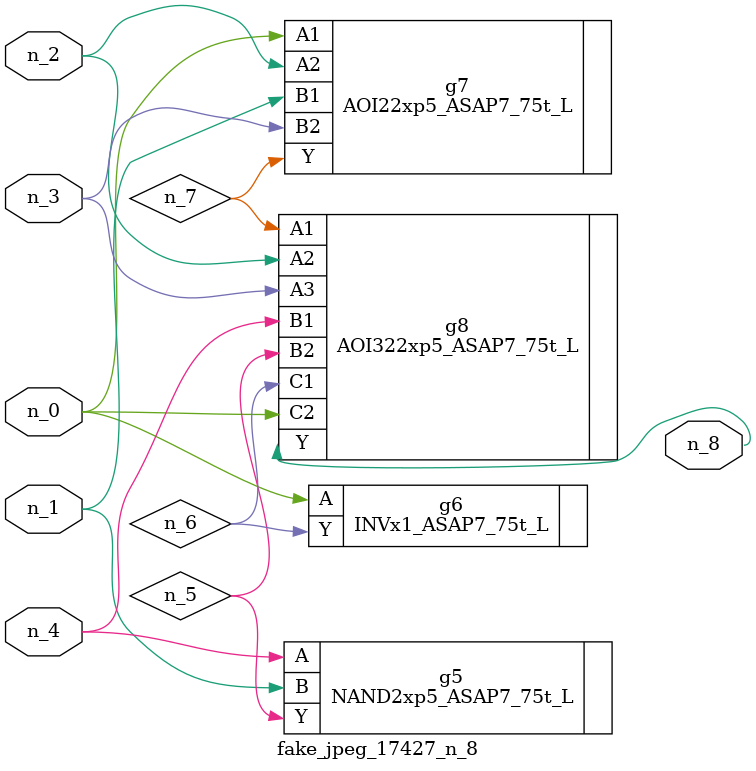
<source format=v>
module fake_jpeg_17427_n_8 (n_3, n_2, n_1, n_0, n_4, n_8);

input n_3;
input n_2;
input n_1;
input n_0;
input n_4;

output n_8;

wire n_6;
wire n_5;
wire n_7;

NAND2xp5_ASAP7_75t_L g5 ( 
.A(n_4),
.B(n_1),
.Y(n_5)
);

INVx1_ASAP7_75t_L g6 ( 
.A(n_0),
.Y(n_6)
);

AOI22xp5_ASAP7_75t_L g7 ( 
.A1(n_0),
.A2(n_2),
.B1(n_1),
.B2(n_3),
.Y(n_7)
);

AOI322xp5_ASAP7_75t_L g8 ( 
.A1(n_7),
.A2(n_2),
.A3(n_3),
.B1(n_4),
.B2(n_5),
.C1(n_6),
.C2(n_0),
.Y(n_8)
);


endmodule
</source>
